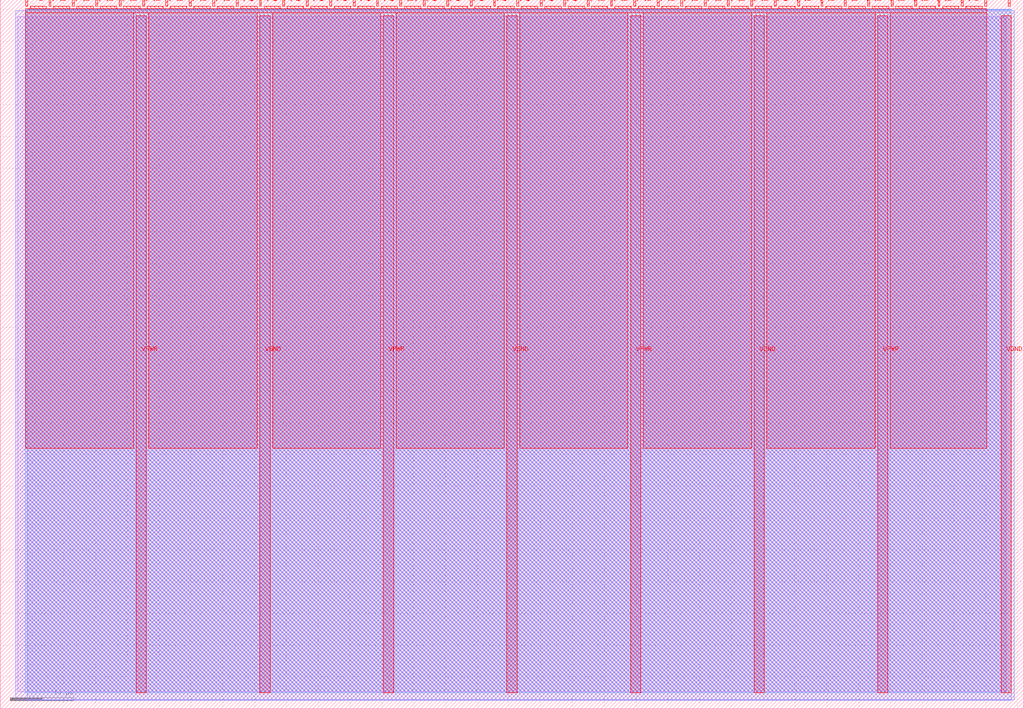
<source format=lef>
VERSION 5.7 ;
  NOWIREEXTENSIONATPIN ON ;
  DIVIDERCHAR "/" ;
  BUSBITCHARS "[]" ;
MACRO tt_um_urish_simon
  CLASS BLOCK ;
  FOREIGN tt_um_urish_simon ;
  ORIGIN 0.000 0.000 ;
  SIZE 161.000 BY 111.520 ;
  PIN VGND
    DIRECTION INOUT ;
    USE GROUND ;
    PORT
      LAYER met4 ;
        RECT 40.830 2.480 42.430 109.040 ;
    END
    PORT
      LAYER met4 ;
        RECT 79.700 2.480 81.300 109.040 ;
    END
    PORT
      LAYER met4 ;
        RECT 118.570 2.480 120.170 109.040 ;
    END
    PORT
      LAYER met4 ;
        RECT 157.440 2.480 159.040 109.040 ;
    END
  END VGND
  PIN VPWR
    DIRECTION INOUT ;
    USE POWER ;
    PORT
      LAYER met4 ;
        RECT 21.395 2.480 22.995 109.040 ;
    END
    PORT
      LAYER met4 ;
        RECT 60.265 2.480 61.865 109.040 ;
    END
    PORT
      LAYER met4 ;
        RECT 99.135 2.480 100.735 109.040 ;
    END
    PORT
      LAYER met4 ;
        RECT 138.005 2.480 139.605 109.040 ;
    END
  END VPWR
  PIN clk
    DIRECTION INPUT ;
    USE SIGNAL ;
    ANTENNAGATEAREA 0.852000 ;
    PORT
      LAYER met4 ;
        RECT 154.870 110.520 155.170 111.520 ;
    END
  END clk
  PIN ena
    DIRECTION INPUT ;
    USE SIGNAL ;
    PORT
      LAYER met4 ;
        RECT 158.550 110.520 158.850 111.520 ;
    END
  END ena
  PIN rst_n
    DIRECTION INPUT ;
    USE SIGNAL ;
    ANTENNAGATEAREA 0.159000 ;
    PORT
      LAYER met4 ;
        RECT 151.190 110.520 151.490 111.520 ;
    END
  END rst_n
  PIN ui_in[0]
    DIRECTION INPUT ;
    USE SIGNAL ;
    ANTENNAGATEAREA 0.196500 ;
    PORT
      LAYER met4 ;
        RECT 147.510 110.520 147.810 111.520 ;
    END
  END ui_in[0]
  PIN ui_in[1]
    DIRECTION INPUT ;
    USE SIGNAL ;
    ANTENNAGATEAREA 0.126000 ;
    PORT
      LAYER met4 ;
        RECT 143.830 110.520 144.130 111.520 ;
    END
  END ui_in[1]
  PIN ui_in[2]
    DIRECTION INPUT ;
    USE SIGNAL ;
    ANTENNAGATEAREA 0.196500 ;
    PORT
      LAYER met4 ;
        RECT 140.150 110.520 140.450 111.520 ;
    END
  END ui_in[2]
  PIN ui_in[3]
    DIRECTION INPUT ;
    USE SIGNAL ;
    ANTENNAGATEAREA 0.196500 ;
    PORT
      LAYER met4 ;
        RECT 136.470 110.520 136.770 111.520 ;
    END
  END ui_in[3]
  PIN ui_in[4]
    DIRECTION INPUT ;
    USE SIGNAL ;
    ANTENNAGATEAREA 0.213000 ;
    PORT
      LAYER met4 ;
        RECT 132.790 110.520 133.090 111.520 ;
    END
  END ui_in[4]
  PIN ui_in[5]
    DIRECTION INPUT ;
    USE SIGNAL ;
    PORT
      LAYER met4 ;
        RECT 129.110 110.520 129.410 111.520 ;
    END
  END ui_in[5]
  PIN ui_in[6]
    DIRECTION INPUT ;
    USE SIGNAL ;
    PORT
      LAYER met4 ;
        RECT 125.430 110.520 125.730 111.520 ;
    END
  END ui_in[6]
  PIN ui_in[7]
    DIRECTION INPUT ;
    USE SIGNAL ;
    PORT
      LAYER met4 ;
        RECT 121.750 110.520 122.050 111.520 ;
    END
  END ui_in[7]
  PIN uio_in[0]
    DIRECTION INPUT ;
    USE SIGNAL ;
    PORT
      LAYER met4 ;
        RECT 118.070 110.520 118.370 111.520 ;
    END
  END uio_in[0]
  PIN uio_in[1]
    DIRECTION INPUT ;
    USE SIGNAL ;
    PORT
      LAYER met4 ;
        RECT 114.390 110.520 114.690 111.520 ;
    END
  END uio_in[1]
  PIN uio_in[2]
    DIRECTION INPUT ;
    USE SIGNAL ;
    PORT
      LAYER met4 ;
        RECT 110.710 110.520 111.010 111.520 ;
    END
  END uio_in[2]
  PIN uio_in[3]
    DIRECTION INPUT ;
    USE SIGNAL ;
    PORT
      LAYER met4 ;
        RECT 107.030 110.520 107.330 111.520 ;
    END
  END uio_in[3]
  PIN uio_in[4]
    DIRECTION INPUT ;
    USE SIGNAL ;
    PORT
      LAYER met4 ;
        RECT 103.350 110.520 103.650 111.520 ;
    END
  END uio_in[4]
  PIN uio_in[5]
    DIRECTION INPUT ;
    USE SIGNAL ;
    PORT
      LAYER met4 ;
        RECT 99.670 110.520 99.970 111.520 ;
    END
  END uio_in[5]
  PIN uio_in[6]
    DIRECTION INPUT ;
    USE SIGNAL ;
    PORT
      LAYER met4 ;
        RECT 95.990 110.520 96.290 111.520 ;
    END
  END uio_in[6]
  PIN uio_in[7]
    DIRECTION INPUT ;
    USE SIGNAL ;
    PORT
      LAYER met4 ;
        RECT 92.310 110.520 92.610 111.520 ;
    END
  END uio_in[7]
  PIN uio_oe[0]
    DIRECTION OUTPUT TRISTATE ;
    USE SIGNAL ;
    PORT
      LAYER met4 ;
        RECT 29.750 110.520 30.050 111.520 ;
    END
  END uio_oe[0]
  PIN uio_oe[1]
    DIRECTION OUTPUT TRISTATE ;
    USE SIGNAL ;
    PORT
      LAYER met4 ;
        RECT 26.070 110.520 26.370 111.520 ;
    END
  END uio_oe[1]
  PIN uio_oe[2]
    DIRECTION OUTPUT TRISTATE ;
    USE SIGNAL ;
    PORT
      LAYER met4 ;
        RECT 22.390 110.520 22.690 111.520 ;
    END
  END uio_oe[2]
  PIN uio_oe[3]
    DIRECTION OUTPUT TRISTATE ;
    USE SIGNAL ;
    PORT
      LAYER met4 ;
        RECT 18.710 110.520 19.010 111.520 ;
    END
  END uio_oe[3]
  PIN uio_oe[4]
    DIRECTION OUTPUT TRISTATE ;
    USE SIGNAL ;
    PORT
      LAYER met4 ;
        RECT 15.030 110.520 15.330 111.520 ;
    END
  END uio_oe[4]
  PIN uio_oe[5]
    DIRECTION OUTPUT TRISTATE ;
    USE SIGNAL ;
    PORT
      LAYER met4 ;
        RECT 11.350 110.520 11.650 111.520 ;
    END
  END uio_oe[5]
  PIN uio_oe[6]
    DIRECTION OUTPUT TRISTATE ;
    USE SIGNAL ;
    PORT
      LAYER met4 ;
        RECT 7.670 110.520 7.970 111.520 ;
    END
  END uio_oe[6]
  PIN uio_oe[7]
    DIRECTION OUTPUT TRISTATE ;
    USE SIGNAL ;
    PORT
      LAYER met4 ;
        RECT 3.990 110.520 4.290 111.520 ;
    END
  END uio_oe[7]
  PIN uio_out[0]
    DIRECTION OUTPUT TRISTATE ;
    USE SIGNAL ;
    ANTENNADIFFAREA 0.445500 ;
    PORT
      LAYER met4 ;
        RECT 59.190 110.520 59.490 111.520 ;
    END
  END uio_out[0]
  PIN uio_out[1]
    DIRECTION OUTPUT TRISTATE ;
    USE SIGNAL ;
    ANTENNADIFFAREA 0.445500 ;
    PORT
      LAYER met4 ;
        RECT 55.510 110.520 55.810 111.520 ;
    END
  END uio_out[1]
  PIN uio_out[2]
    DIRECTION OUTPUT TRISTATE ;
    USE SIGNAL ;
    ANTENNADIFFAREA 0.445500 ;
    PORT
      LAYER met4 ;
        RECT 51.830 110.520 52.130 111.520 ;
    END
  END uio_out[2]
  PIN uio_out[3]
    DIRECTION OUTPUT TRISTATE ;
    USE SIGNAL ;
    ANTENNADIFFAREA 0.445500 ;
    PORT
      LAYER met4 ;
        RECT 48.150 110.520 48.450 111.520 ;
    END
  END uio_out[3]
  PIN uio_out[4]
    DIRECTION OUTPUT TRISTATE ;
    USE SIGNAL ;
    ANTENNADIFFAREA 0.445500 ;
    PORT
      LAYER met4 ;
        RECT 44.470 110.520 44.770 111.520 ;
    END
  END uio_out[4]
  PIN uio_out[5]
    DIRECTION OUTPUT TRISTATE ;
    USE SIGNAL ;
    ANTENNADIFFAREA 0.445500 ;
    PORT
      LAYER met4 ;
        RECT 40.790 110.520 41.090 111.520 ;
    END
  END uio_out[5]
  PIN uio_out[6]
    DIRECTION OUTPUT TRISTATE ;
    USE SIGNAL ;
    ANTENNADIFFAREA 0.445500 ;
    PORT
      LAYER met4 ;
        RECT 37.110 110.520 37.410 111.520 ;
    END
  END uio_out[6]
  PIN uio_out[7]
    DIRECTION OUTPUT TRISTATE ;
    USE SIGNAL ;
    PORT
      LAYER met4 ;
        RECT 33.430 110.520 33.730 111.520 ;
    END
  END uio_out[7]
  PIN uo_out[0]
    DIRECTION OUTPUT TRISTATE ;
    USE SIGNAL ;
    ANTENNAGATEAREA 0.247500 ;
    ANTENNADIFFAREA 0.445500 ;
    PORT
      LAYER met4 ;
        RECT 88.630 110.520 88.930 111.520 ;
    END
  END uo_out[0]
  PIN uo_out[1]
    DIRECTION OUTPUT TRISTATE ;
    USE SIGNAL ;
    ANTENNAGATEAREA 0.247500 ;
    ANTENNADIFFAREA 0.445500 ;
    PORT
      LAYER met4 ;
        RECT 84.950 110.520 85.250 111.520 ;
    END
  END uo_out[1]
  PIN uo_out[2]
    DIRECTION OUTPUT TRISTATE ;
    USE SIGNAL ;
    ANTENNAGATEAREA 0.247500 ;
    ANTENNADIFFAREA 0.445500 ;
    PORT
      LAYER met4 ;
        RECT 81.270 110.520 81.570 111.520 ;
    END
  END uo_out[2]
  PIN uo_out[3]
    DIRECTION OUTPUT TRISTATE ;
    USE SIGNAL ;
    ANTENNAGATEAREA 0.247500 ;
    ANTENNADIFFAREA 0.445500 ;
    PORT
      LAYER met4 ;
        RECT 77.590 110.520 77.890 111.520 ;
    END
  END uo_out[3]
  PIN uo_out[4]
    DIRECTION OUTPUT TRISTATE ;
    USE SIGNAL ;
    ANTENNADIFFAREA 0.795200 ;
    PORT
      LAYER met4 ;
        RECT 73.910 110.520 74.210 111.520 ;
    END
  END uo_out[4]
  PIN uo_out[5]
    DIRECTION OUTPUT TRISTATE ;
    USE SIGNAL ;
    ANTENNADIFFAREA 0.445500 ;
    PORT
      LAYER met4 ;
        RECT 70.230 110.520 70.530 111.520 ;
    END
  END uo_out[5]
  PIN uo_out[6]
    DIRECTION OUTPUT TRISTATE ;
    USE SIGNAL ;
    ANTENNADIFFAREA 0.445500 ;
    PORT
      LAYER met4 ;
        RECT 66.550 110.520 66.850 111.520 ;
    END
  END uo_out[6]
  PIN uo_out[7]
    DIRECTION OUTPUT TRISTATE ;
    USE SIGNAL ;
    PORT
      LAYER met4 ;
        RECT 62.870 110.520 63.170 111.520 ;
    END
  END uo_out[7]
  OBS
      LAYER li1 ;
        RECT 2.760 2.635 158.240 108.885 ;
      LAYER met1 ;
        RECT 2.460 1.400 159.460 109.780 ;
      LAYER met2 ;
        RECT 4.230 1.370 159.010 110.005 ;
      LAYER met3 ;
        RECT 3.950 2.555 159.030 109.985 ;
      LAYER met4 ;
        RECT 4.690 110.120 7.270 110.520 ;
        RECT 8.370 110.120 10.950 110.520 ;
        RECT 12.050 110.120 14.630 110.520 ;
        RECT 15.730 110.120 18.310 110.520 ;
        RECT 19.410 110.120 21.990 110.520 ;
        RECT 23.090 110.120 25.670 110.520 ;
        RECT 26.770 110.120 29.350 110.520 ;
        RECT 30.450 110.120 33.030 110.520 ;
        RECT 34.130 110.120 36.710 110.520 ;
        RECT 37.810 110.120 40.390 110.520 ;
        RECT 41.490 110.120 44.070 110.520 ;
        RECT 45.170 110.120 47.750 110.520 ;
        RECT 48.850 110.120 51.430 110.520 ;
        RECT 52.530 110.120 55.110 110.520 ;
        RECT 56.210 110.120 58.790 110.520 ;
        RECT 59.890 110.120 62.470 110.520 ;
        RECT 63.570 110.120 66.150 110.520 ;
        RECT 67.250 110.120 69.830 110.520 ;
        RECT 70.930 110.120 73.510 110.520 ;
        RECT 74.610 110.120 77.190 110.520 ;
        RECT 78.290 110.120 80.870 110.520 ;
        RECT 81.970 110.120 84.550 110.520 ;
        RECT 85.650 110.120 88.230 110.520 ;
        RECT 89.330 110.120 91.910 110.520 ;
        RECT 93.010 110.120 95.590 110.520 ;
        RECT 96.690 110.120 99.270 110.520 ;
        RECT 100.370 110.120 102.950 110.520 ;
        RECT 104.050 110.120 106.630 110.520 ;
        RECT 107.730 110.120 110.310 110.520 ;
        RECT 111.410 110.120 113.990 110.520 ;
        RECT 115.090 110.120 117.670 110.520 ;
        RECT 118.770 110.120 121.350 110.520 ;
        RECT 122.450 110.120 125.030 110.520 ;
        RECT 126.130 110.120 128.710 110.520 ;
        RECT 129.810 110.120 132.390 110.520 ;
        RECT 133.490 110.120 136.070 110.520 ;
        RECT 137.170 110.120 139.750 110.520 ;
        RECT 140.850 110.120 143.430 110.520 ;
        RECT 144.530 110.120 147.110 110.520 ;
        RECT 148.210 110.120 150.790 110.520 ;
        RECT 151.890 110.120 154.470 110.520 ;
        RECT 3.975 109.440 155.185 110.120 ;
        RECT 3.975 40.975 20.995 109.440 ;
        RECT 23.395 40.975 40.430 109.440 ;
        RECT 42.830 40.975 59.865 109.440 ;
        RECT 62.265 40.975 79.300 109.440 ;
        RECT 81.700 40.975 98.735 109.440 ;
        RECT 101.135 40.975 118.170 109.440 ;
        RECT 120.570 40.975 137.605 109.440 ;
        RECT 140.005 40.975 155.185 109.440 ;
  END
END tt_um_urish_simon
END LIBRARY


</source>
